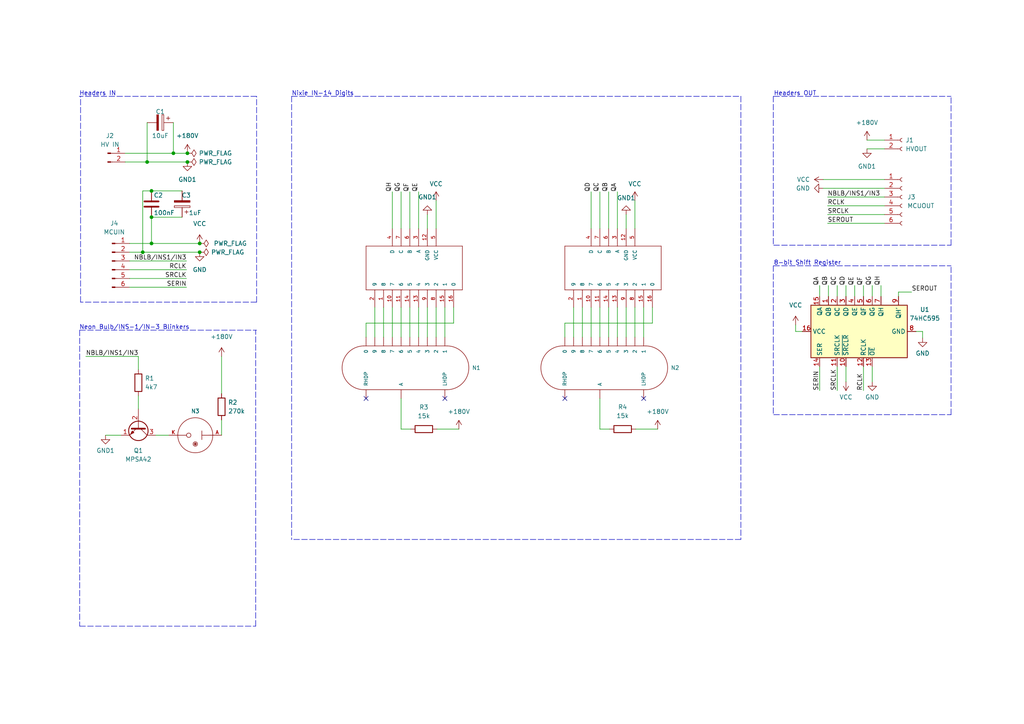
<source format=kicad_sch>
(kicad_sch (version 20211123) (generator eeschema)
  (paper "A4")
  (title_block (title "Nixie Clock 2 Digit IN-14 Panel") (date "2022-12-21") (rev "1.0"))
  (lib_symbols
    (symbol "74xx:74HC595"
      (property "Reference" "U" (at -7.62 13.97 0))
      (property "Value" "74HC595" (at -7.62 -16.51 0))
      (symbol "74HC595_1_0"
        (pin tri_state line (at 10.16 7.62 180) (length 2.54) (name "QB") (number "1"))
        (pin input line (at -10.16 2.54 0) (length 2.54) (name "~{SRCLR}") (number "10"))
        (pin input line (at -10.16 5.08 0) (length 2.54) (name "SRCLK") (number "11"))
        (pin input line (at -10.16 -2.54 0) (length 2.54) (name "RCLK") (number "12"))
        (pin input line (at -10.16 -5.08 0) (length 2.54) (name "~{OE}") (number "13"))
        (pin input line (at -10.16 10.16 0) (length 2.54) (name "SER") (number "14"))
        (pin tri_state line (at 10.16 10.16 180) (length 2.54) (name "QA") (number "15"))
        (pin power_in line (at 0 15.24 270) (length 2.54) (name "VCC") (number "16"))
        (pin tri_state line (at 10.16 5.08 180) (length 2.54) (name "QC") (number "2"))
        (pin tri_state line (at 10.16 2.54 180) (length 2.54) (name "QD") (number "3"))
        (pin tri_state line (at 10.16 0 180) (length 2.54) (name "QE") (number "4"))
        (pin tri_state line (at 10.16 -2.54 180) (length 2.54) (name "QF") (number "5"))
        (pin tri_state line (at 10.16 -5.08 180) (length 2.54) (name "QG") (number "6"))
        (pin tri_state line (at 10.16 -7.62 180) (length 2.54) (name "QH") (number "7"))
        (pin power_in line (at 0 -17.78 90) (length 2.54) (name "GND") (number "8"))
        (pin output line (at 10.16 -12.7 180) (length 2.54) (name "QH'") (number "9"))
      )
      (symbol "74HC595_1_1"
        (rectangle (start -7.62 12.7) (end 7.62 -15.24) (stroke (width 0.254)) (fill (type background)))
      )
    )
    (symbol "Connector:Conn_01x02_Female" (pin_names (offset 1.016) hide)
      (property "Reference" "J" (at 0 2.54 0))
      (property "Value" "Conn_01x02_Female" (at 0 -5.08 0))
      (symbol "Conn_01x02_Female_1_1"
        (arc (start 0 -2.032) (mid -0.508 -2.54) (end 0 -3.048) (stroke (width 0.1524)))
        (polyline (pts (xy -1.27 -2.54) (xy -0.508 -2.54)) (stroke (width 0.1524)))
        (polyline (pts (xy -1.27 0) (xy -0.508 0)) (stroke (width 0.1524)))
        (arc (start 0 0.508) (mid -0.508 0) (end 0 -0.508) (stroke (width 0.1524)))
        (pin passive line (at -5.08 0 0) (length 3.81) (name "Pin_1") (number "1"))
        (pin passive line (at -5.08 -2.54 0) (length 3.81) (name "Pin_2") (number "2"))
      )
    )
    (symbol "Connector:Conn_01x02_Male" (pin_names (offset 1.016) hide)
      (property "Reference" "J" (at 0 2.54 0))
      (property "Value" "Conn_01x02_Male" (at 0 -5.08 0))
      (symbol "Conn_01x02_Male_1_1"
        (polyline (pts (xy 1.27 -2.54) (xy 0.8636 -2.54)) (stroke (width 0.1524)))
        (polyline (pts (xy 1.27 0) (xy 0.8636 0)) (stroke (width 0.1524)))
        (rectangle (start 0.8636 -2.413) (end 0 -2.667) (stroke (width 0.1524)) (fill (type outline)))
        (rectangle (start 0.8636 0.127) (end 0 -0.127) (stroke (width 0.1524)) (fill (type outline)))
        (pin passive line (at 5.08 0 180) (length 3.81) (name "Pin_1") (number "1"))
        (pin passive line (at 5.08 -2.54 180) (length 3.81) (name "Pin_2") (number "2"))
      )
    )
    (symbol "Connector:Conn_01x06_Female" (pin_names (offset 1.016) hide)
      (property "Reference" "J" (at 0 7.62 0))
      (property "Value" "Conn_01x06_Female" (at 0 -10.16 0))
      (symbol "Conn_01x06_Female_1_1"
        (arc (start 0 -7.112) (mid -0.508 -7.62) (end 0 -8.128) (stroke (width 0.1524)))
        (arc (start 0 -4.572) (mid -0.508 -5.08) (end 0 -5.588) (stroke (width 0.1524)))
        (arc (start 0 -2.032) (mid -0.508 -2.54) (end 0 -3.048) (stroke (width 0.1524)))
        (polyline (pts (xy -1.27 -7.62) (xy -0.508 -7.62)) (stroke (width 0.1524)))
        (polyline (pts (xy -1.27 -5.08) (xy -0.508 -5.08)) (stroke (width 0.1524)))
        (polyline (pts (xy -1.27 -2.54) (xy -0.508 -2.54)) (stroke (width 0.1524)))
        (polyline (pts (xy -1.27 0) (xy -0.508 0)) (stroke (width 0.1524)))
        (polyline (pts (xy -1.27 2.54) (xy -0.508 2.54)) (stroke (width 0.1524)))
        (polyline (pts (xy -1.27 5.08) (xy -0.508 5.08)) (stroke (width 0.1524)))
        (arc (start 0 0.508) (mid -0.508 0) (end 0 -0.508) (stroke (width 0.1524)))
        (arc (start 0 3.048) (mid -0.508 2.54) (end 0 2.032) (stroke (width 0.1524)))
        (arc (start 0 5.588) (mid -0.508 5.08) (end 0 4.572) (stroke (width 0.1524)))
        (pin passive line (at -5.08 5.08 0) (length 3.81) (name "Pin_1") (number "1"))
        (pin passive line (at -5.08 2.54 0) (length 3.81) (name "Pin_2") (number "2"))
        (pin passive line (at -5.08 0 0) (length 3.81) (name "Pin_3") (number "3"))
        (pin passive line (at -5.08 -2.54 0) (length 3.81) (name "Pin_4") (number "4"))
        (pin passive line (at -5.08 -5.08 0) (length 3.81) (name "Pin_5") (number "5"))
        (pin passive line (at -5.08 -7.62 0) (length 3.81) (name "Pin_6") (number "6"))
      )
    )
    (symbol "Connector:Conn_01x06_Male" (pin_names (offset 1.016) hide)
      (property "Reference" "J" (at 0 7.62 0))
      (property "Value" "Conn_01x06_Male" (at 0 -10.16 0))
      (symbol "Conn_01x06_Male_1_1"
        (polyline (pts (xy 1.27 -7.62) (xy 0.8636 -7.62)) (stroke (width 0.1524)))
        (polyline (pts (xy 1.27 -5.08) (xy 0.8636 -5.08)) (stroke (width 0.1524)))
        (polyline (pts (xy 1.27 -2.54) (xy 0.8636 -2.54)) (stroke (width 0.1524)))
        (polyline (pts (xy 1.27 0) (xy 0.8636 0)) (stroke (width 0.1524)))
        (polyline (pts (xy 1.27 2.54) (xy 0.8636 2.54)) (stroke (width 0.1524)))
        (polyline (pts (xy 1.27 5.08) (xy 0.8636 5.08)) (stroke (width 0.1524)))
        (rectangle (start 0.8636 -7.493) (end 0 -7.747) (stroke (width 0.1524)) (fill (type outline)))
        (rectangle (start 0.8636 -4.953) (end 0 -5.207) (stroke (width 0.1524)) (fill (type outline)))
        (rectangle (start 0.8636 -2.413) (end 0 -2.667) (stroke (width 0.1524)) (fill (type outline)))
        (rectangle (start 0.8636 0.127) (end 0 -0.127) (stroke (width 0.1524)) (fill (type outline)))
        (rectangle (start 0.8636 2.667) (end 0 2.413) (stroke (width 0.1524)) (fill (type outline)))
        (rectangle (start 0.8636 5.207) (end 0 4.953) (stroke (width 0.1524)) (fill (type outline)))
        (pin passive line (at 5.08 5.08 180) (length 3.81) (name "Pin_1") (number "1"))
        (pin passive line (at 5.08 2.54 180) (length 3.81) (name "Pin_2") (number "2"))
        (pin passive line (at 5.08 0 180) (length 3.81) (name "Pin_3") (number "3"))
        (pin passive line (at 5.08 -2.54 180) (length 3.81) (name "Pin_4") (number "4"))
        (pin passive line (at 5.08 -5.08 180) (length 3.81) (name "Pin_5") (number "5"))
        (pin passive line (at 5.08 -7.62 180) (length 3.81) (name "Pin_6") (number "6"))
      )
    )
    (symbol "Device:C" (pin_numbers hide) (pin_names (offset 0.254))
      (property "Reference" "C" (at 0.635 2.54 0))
      (property "Value" "C" (at 0.635 -2.54 0))
      (symbol "C_0_1"
        (polyline (pts (xy -2.032 -0.762) (xy 2.032 -0.762)) (stroke (width 0.508)))
        (polyline (pts (xy -2.032 0.762) (xy 2.032 0.762)) (stroke (width 0.508)))
      )
      (symbol "C_1_1"
        (pin passive line (at 0 3.81 270) (length 2.794) (name "~") (number "1"))
        (pin passive line (at 0 -3.81 90) (length 2.794) (name "~") (number "2"))
      )
    )
    (symbol "Device:C_Polarized" (pin_numbers hide) (pin_names (offset 0.254))
      (property "Reference" "C" (at 0.635 2.54 0))
      (property "Value" "C_Polarized" (at 0.635 -2.54 0))
      (symbol "C_Polarized_0_1"
        (rectangle (start -2.286 0.508) (end 2.286 1.016))
        (polyline (pts (xy -1.778 2.286) (xy -0.762 2.286)))
        (polyline (pts (xy -1.27 2.794) (xy -1.27 1.778)))
        (rectangle (start 2.286 -0.508) (end -2.286 -1.016) (fill (type outline)))
      )
      (symbol "C_Polarized_1_1"
        (pin passive line (at 0 3.81 270) (length 2.794) (name "~") (number "1"))
        (pin passive line (at 0 -3.81 90) (length 2.794) (name "~") (number "2"))
      )
    )
    (symbol "Device:R" (pin_numbers hide) (pin_names (offset 0))
      (property "Reference" "R" (at 2.032 0 90))
      (property "Value" "R" (at 0 0 90))
      (symbol "R_0_1"
        (rectangle (start -1.016 -2.54) (end 1.016 2.54) (stroke (width 0.254)))
      )
      (symbol "R_1_1"
        (pin passive line (at 0 3.81 270) (length 1.27) (name "~") (number "1"))
        (pin passive line (at 0 -3.81 90) (length 1.27) (name "~") (number "2"))
      )
    )
    (symbol "PowerLibrary:+180V" (power) (pin_names (offset 0))
      (property "Value" "+180V" (at 0 3.556 0))
      (symbol "+180V_0_1"
        (polyline (pts (xy -0.762 1.27) (xy 0 2.54)))
        (polyline (pts (xy 0 0) (xy 0 2.54)))
        (polyline (pts (xy 0 2.54) (xy 0.762 1.27)))
      )
      (symbol "+180V_1_1"
        (pin power_in line (at 0 0 90) (length 0) hide (name "+180V") (number "1"))
      )
    )
    (symbol "Transistor_BJT:MPSA42" (pin_names (offset 1.016) hide)
      (property "Reference" "Q" (at 5.08 1.905 0))
      (property "Value" "MPSA42" (at 5.08 0 0))
      (symbol "MPSA42_0_1"
        (polyline (pts (xy 0 0) (xy 0.635 0)))
        (polyline (pts (xy 0.635 0.635) (xy 2.54 2.54)))
        (polyline (pts (xy 0.635 -0.635) (xy 2.54 -2.54) (xy 2.54 -2.54)))
        (polyline (pts (xy 0.635 1.905) (xy 0.635 -1.905) (xy 0.635 -1.905)) (stroke (width 0.508)))
        (polyline (pts (xy 1.27 -1.778) (xy 1.778 -1.27) (xy 2.286 -2.286) (xy 1.27 -1.778) (xy 1.27 -1.778)) (fill (type outline)))
        (circle (center 1.27 0) (radius 2.8194) (stroke (width 0.254)))
      )
      (symbol "MPSA42_1_1"
        (pin passive line (at 2.54 -5.08 90) (length 2.54) (name "E") (number "1"))
        (pin input line (at -5.08 0 0) (length 5.08) (name "B") (number "2"))
        (pin passive line (at 2.54 5.08 270) (length 2.54) (name "C") (number "3"))
      )
    )
    (symbol "nixiemisc:74141DIP16" (pin_names (offset 1.016))
      (symbol "74141DIP16_1_0"
        (polyline (pts (xy -7.62 -12.7) (xy 5.08 -12.7)))
        (polyline (pts (xy -7.62 15.24) (xy -7.62 -12.7)))
        (polyline (pts (xy 5.08 -12.7) (xy 5.08 15.24)))
        (polyline (pts (xy 5.08 15.24) (xy -7.62 15.24)))
      )
      (symbol "74141DIP16_1_1"
        (pin passive line (at 10.16 -7.62 180) (length 5.08) (name "8") (number "1"))
        (pin passive line (at 10.16 -5.08 180) (length 5.08) (name "7") (number "10"))
        (pin passive line (at 10.16 -2.54 180) (length 5.08) (name "6") (number "11"))
        (pin power_in line (at -12.7 5.08 0) (length 5.08) (name "GND") (number "12"))
        (pin passive line (at 10.16 2.54 180) (length 5.08) (name "4") (number "13"))
        (pin passive line (at 10.16 0 180) (length 5.08) (name "5") (number "14"))
        (pin passive line (at 10.16 10.16 180) (length 5.08) (name "1") (number "15"))
        (pin passive line (at 10.16 12.7 180) (length 5.08) (name "0") (number "16"))
        (pin passive line (at 10.16 -10.16 180) (length 5.08) (name "9") (number "2"))
        (pin passive line (at -12.7 2.54 0) (length 5.08) (name "A") (number "3"))
        (pin passive line (at -12.7 -5.08 0) (length 5.08) (name "D") (number "4"))
        (pin power_in line (at -12.7 7.62 0) (length 5.08) (name "VCC") (number "5"))
        (pin passive line (at -12.7 0 0) (length 5.08) (name "B") (number "6"))
        (pin passive line (at -12.7 -2.54 0) (length 5.08) (name "C") (number "7"))
        (pin passive line (at 10.16 7.62 180) (length 5.08) (name "2") (number "8"))
        (pin passive line (at 10.16 5.08 180) (length 5.08) (name "3") (number "9"))
      )
    )
    (symbol "nixies-us:IN-14" (pin_numbers hide) (pin_names (offset 1.016))
      (property "Reference" "N" (at -2.54 18.415 0))
      (symbol "IN-14_1_0"
        (polyline (pts (xy -5.08 -13.335) (xy -5.08 10.795)))
        (polyline (pts (xy 7.62 -13.335) (xy 7.62 10.795)))
      )
      (symbol "IN-14_1_1"
        (arc (start -5.08 -13.335) (mid 1.27 -19.685) (end 7.62 -13.335))
        (arc (start 7.62 10.795) (mid 1.27 17.145) (end -5.08 10.795))
        (pin bidirectional line (at -7.62 -12.7 0) (length 2.54) (name "0") (number "0"))
        (pin bidirectional line (at -7.62 10.16 0) (length 2.54) (name "1") (number "1"))
        (pin bidirectional line (at -7.62 7.62 0) (length 2.54) (name "2") (number "2"))
        (pin bidirectional line (at -7.62 5.08 0) (length 2.54) (name "3") (number "3"))
        (pin bidirectional line (at -7.62 2.54 0) (length 2.54) (name "4") (number "4"))
        (pin bidirectional line (at -7.62 0 0) (length 2.54) (name "5") (number "5"))
        (pin bidirectional line (at -7.62 -2.54 0) (length 2.54) (name "6") (number "6"))
        (pin bidirectional line (at -7.62 -5.08 0) (length 2.54) (name "7") (number "7"))
        (pin bidirectional line (at -7.62 -7.62 0) (length 2.54) (name "8") (number "8"))
        (pin bidirectional line (at -7.62 -10.16 0) (length 2.54) (name "9") (number "9"))
        (pin bidirectional line (at 10.16 -2.54 180) (length 2.54) (name "A") (number "A"))
        (pin bidirectional line (at 10.16 10.16 180) (length 2.54) (name "LHDP") (number "LHDP"))
        (pin bidirectional line (at 10.16 -12.7 180) (length 2.54) (name "RHDP") (number "RHDP"))
      )
    )
    (symbol "nixies-us:IN-3" (pin_names (offset 1.016) hide)
      (property "Reference" "N" (at 1.27 3.175 0))
      (symbol "IN-3_1_0"
        (polyline (pts (xy 0 -2.54) (xy 0.635 -2.54)))
        (polyline (pts (xy 0.635 -2.54) (xy 0 -2.54)))
        (polyline (pts (xy 0.635 -2.54) (xy 3.175 -2.54)))
        (polyline (pts (xy 1.27 -2.54) (xy 0.635 -2.54)))
        (polyline (pts (xy 3.175 -2.54) (xy 3.175 -3.81)))
        (polyline (pts (xy 3.175 -2.54) (xy 3.175 -1.27)))
        (polyline (pts (xy 4.7498 0) (xy 5.08 0)))
        (polyline (pts (xy 5.08 0) (xy 5.08 -0.3048)))
        (polyline (pts (xy 5.08 0) (xy 5.08 0.3048)))
        (polyline (pts (xy 5.08 0) (xy 5.3848 0)))
        (polyline (pts (xy 10.16 -2.54) (xy 7.62 -2.54)))
      )
      (symbol "IN-3_1_1"
        (circle (center 5.08 -2.54) (radius 5.08))
        (circle (center 5.08 0) (radius 0.3048))
        (circle (center 5.08 0) (radius 0.635))
        (circle (center 6.985 -2.54) (radius 0.635))
        (pin bidirectional line (at -2.54 -2.54 0) (length 2.54) (name "A") (number "A"))
        (pin bidirectional line (at 12.7 -2.54 180) (length 2.54) (name "K") (number "K"))
      )
    )
    (symbol "power:GND" (power) (pin_names (offset 0))
      (property "Value" "GND" (at 0 -3.81 0))
      (symbol "GND_0_1"
        (polyline (pts (xy 0 0) (xy 0 -1.27) (xy 1.27 -1.27) (xy 0 -2.54) (xy -1.27 -1.27) (xy 0 -1.27)))
      )
      (symbol "GND_1_1"
        (pin power_in line (at 0 0 270) (length 0) hide (name "GND") (number "1"))
      )
    )
    (symbol "power:GND1" (power) (pin_names (offset 0))
      (property "Value" "GND1" (at 0 -3.81 0))
      (symbol "GND1_0_1"
        (polyline (pts (xy 0 0) (xy 0 -1.27) (xy 1.27 -1.27) (xy 0 -2.54) (xy -1.27 -1.27) (xy 0 -1.27)))
      )
      (symbol "GND1_1_1"
        (pin power_in line (at 0 0 270) (length 0) hide (name "GND1") (number "1"))
      )
    )
    (symbol "power:PWR_FLAG" (power) (pin_numbers hide) (pin_names (offset 0) hide)
      (property "Value" "PWR_FLAG" (at 0 3.81 0))
      (symbol "PWR_FLAG_0_0"
        (pin power_out line (at 0 0 90) (length 0) (name "pwr") (number "1"))
      )
      (symbol "PWR_FLAG_0_1"
        (polyline (pts (xy 0 0) (xy 0 1.27) (xy -1.016 1.905) (xy 0 2.54) (xy 1.016 1.905) (xy 0 1.27)))
      )
    )
    (symbol "power:VCC" (power) (pin_names (offset 0))
      (property "Value" "VCC" (at 0 3.81 0))
      (symbol "VCC_0_1"
        (polyline (pts (xy -0.762 1.27) (xy 0 2.54)))
        (polyline (pts (xy 0 0) (xy 0 2.54)))
        (polyline (pts (xy 0 2.54) (xy 0.762 1.27)))
      )
      (symbol "VCC_1_1"
        (pin power_in line (at 0 0 90) (length 0) hide (name "VCC") (number "1"))
      )
    )
  )
  (junction (at 43.942 70.612))
  (junction (at 57.912 70.612))
  (junction (at 54.356 46.99))
  (junction (at 41.402 73.152))
  (junction (at 50.292 44.45))
  (junction (at 43.942 62.992))
  (junction (at 54.356 44.45))
  (junction (at 43.942 55.372))
  (junction (at 57.912 73.152))
  (junction (at 42.672 46.99))
  (no_connect (at 129.032 115.57))
  (no_connect (at 106.172 115.57))
  (no_connect (at 186.69 115.57))
  (no_connect (at 163.83 115.57))
  (wire (pts (xy 54.102 75.692) (xy 37.592 75.692)))
  (polyline (pts (xy 214.884 156.464) (xy 84.582 156.464)))
  (wire (pts (xy 37.592 83.312) (xy 54.102 83.312)))
  (wire (pts (xy 111.252 89.154) (xy 111.252 97.79)))
  (wire (pts (xy 181.61 62.23) (xy 181.61 66.294)))
  (wire (pts (xy 113.792 89.154) (xy 113.792 97.79)))
  (wire (pts (xy 43.942 62.992) (xy 43.942 70.612)))
  (wire (pts (xy 163.83 93.726) (xy 189.23 93.726)))
  (wire (pts (xy 41.402 73.152) (xy 57.912 73.152)))
  (wire (pts (xy 116.332 89.154) (xy 116.332 97.79)))
  (wire (pts (xy 126.746 124.46) (xy 133.096 124.46)))
  (wire (pts (xy 123.952 62.23) (xy 123.952 66.294)))
  (wire (pts (xy 256.54 64.77) (xy 240.03 64.77)))
  (wire (pts (xy 173.99 89.154) (xy 173.99 97.79)))
  (wire (pts (xy 242.824 106.299) (xy 242.824 113.284)))
  (wire (pts (xy 184.404 124.46) (xy 190.754 124.46)))
  (wire (pts (xy 50.292 35.56) (xy 50.292 44.45)))
  (polyline (pts (xy 23.114 181.61) (xy 74.168 181.61)))
  (polyline (pts (xy 74.422 87.63) (xy 23.368 87.63)))
  (wire (pts (xy 40.132 114.808) (xy 40.132 118.618)))
  (wire (pts (xy 186.69 89.154) (xy 186.69 97.79)))
  (wire (pts (xy 171.45 66.294) (xy 171.45 55.626)))
  (polyline (pts (xy 224.409 71.12) (xy 275.844 71.12)))
  (wire (pts (xy 50.292 44.45) (xy 54.356 44.45)))
  (wire (pts (xy 45.212 126.238) (xy 49.022 126.238)))
  (wire (pts (xy 247.904 82.804) (xy 247.904 85.979)))
  (polyline (pts (xy 23.114 95.758) (xy 74.422 95.758)))
  (wire (pts (xy 179.07 66.294) (xy 179.07 55.626)))
  (wire (pts (xy 237.744 82.804) (xy 237.744 85.979)))
  (polyline (pts (xy 224.282 77.089) (xy 224.282 120.269)))
  (wire (pts (xy 43.942 62.992) (xy 52.832 62.992)))
  (polyline (pts (xy 84.582 27.94) (xy 214.884 27.94)))
  (wire (pts (xy 260.604 84.709) (xy 264.414 84.709)))
  (wire (pts (xy 37.592 78.232) (xy 54.102 78.232)))
  (wire (pts (xy 168.91 89.154) (xy 168.91 97.79)))
  (wire (pts (xy 245.364 106.299) (xy 245.364 110.744)))
  (wire (pts (xy 37.592 73.152) (xy 41.402 73.152)))
  (wire (pts (xy 237.744 106.299) (xy 237.744 113.284)))
  (wire (pts (xy 123.952 89.154) (xy 123.952 97.79)))
  (polyline (pts (xy 214.884 27.94) (xy 214.884 156.464)))
  (wire (pts (xy 242.824 82.804) (xy 242.824 85.979)))
  (wire (pts (xy 250.444 106.299) (xy 250.444 113.284)))
  (wire (pts (xy 184.15 89.154) (xy 184.15 97.79)))
  (polyline (pts (xy 74.168 181.61) (xy 74.168 95.758)))
  (wire (pts (xy 240.03 62.23) (xy 256.54 62.23)))
  (wire (pts (xy 176.53 66.294) (xy 176.53 55.626)))
  (wire (pts (xy 230.759 94.234) (xy 230.759 96.139)))
  (wire (pts (xy 43.942 55.372) (xy 41.402 55.372)))
  (polyline (pts (xy 224.409 120.269) (xy 275.844 120.269)))
  (polyline (pts (xy 224.409 77.089) (xy 275.844 77.089)))
  (wire (pts (xy 240.03 59.69) (xy 256.54 59.69)))
  (wire (pts (xy 252.984 82.804) (xy 252.984 85.979)))
  (wire (pts (xy 118.872 66.294) (xy 118.872 55.626)))
  (wire (pts (xy 131.572 93.726) (xy 131.572 89.154)))
  (wire (pts (xy 250.444 82.804) (xy 250.444 85.979)))
  (polyline (pts (xy 224.409 27.94) (xy 275.844 27.94)))
  (wire (pts (xy 255.524 82.804) (xy 255.524 85.979)))
  (wire (pts (xy 238.76 52.07) (xy 256.54 52.07)))
  (wire (pts (xy 176.53 89.154) (xy 176.53 97.79)))
  (wire (pts (xy 64.262 121.793) (xy 64.262 126.238)))
  (polyline (pts (xy 84.582 27.94) (xy 84.582 156.464)))
  (wire (pts (xy 252.984 106.299) (xy 252.984 110.744)))
  (wire (pts (xy 116.332 66.294) (xy 116.332 55.626)))
  (wire (pts (xy 256.54 57.15) (xy 240.03 57.15)))
  (wire (pts (xy 163.83 97.79) (xy 163.83 93.726)))
  (wire (pts (xy 240.284 82.804) (xy 240.284 85.979)))
  (polyline (pts (xy 275.844 120.269) (xy 275.844 77.089)))
  (wire (pts (xy 36.322 46.99) (xy 42.672 46.99)))
  (wire (pts (xy 245.364 82.804) (xy 245.364 85.979)))
  (wire (pts (xy 260.604 85.979) (xy 260.604 84.709)))
  (polyline (pts (xy 23.368 87.63) (xy 23.368 27.94)))
  (wire (pts (xy 189.23 93.726) (xy 189.23 89.154)))
  (polyline (pts (xy 74.422 27.94) (xy 22.987 27.94)))
  (wire (pts (xy 106.172 93.726) (xy 131.572 93.726)))
  (wire (pts (xy 179.07 89.154) (xy 179.07 97.79)))
  (wire (pts (xy 42.672 46.99) (xy 54.356 46.99)))
  (wire (pts (xy 126.492 58.166) (xy 126.492 66.294)))
  (wire (pts (xy 106.172 97.79) (xy 106.172 93.726)))
  (wire (pts (xy 43.942 70.612) (xy 57.912 70.612)))
  (wire (pts (xy 24.892 103.378) (xy 40.132 103.378)))
  (wire (pts (xy 41.402 55.372) (xy 41.402 73.152)))
  (wire (pts (xy 121.412 66.294) (xy 121.412 55.626)))
  (wire (pts (xy 173.99 66.294) (xy 173.99 55.626)))
  (wire (pts (xy 256.54 43.18) (xy 251.46 43.18)))
  (wire (pts (xy 116.332 124.46) (xy 119.126 124.46)))
  (wire (pts (xy 113.792 66.294) (xy 113.792 55.626)))
  (wire (pts (xy 256.54 40.64) (xy 251.46 40.64)))
  (wire (pts (xy 184.15 58.166) (xy 184.15 66.294)))
  (wire (pts (xy 108.712 89.154) (xy 108.712 97.79)))
  (wire (pts (xy 37.592 70.612) (xy 43.942 70.612)))
  (wire (pts (xy 166.37 89.154) (xy 166.37 97.79)))
  (wire (pts (xy 129.032 89.154) (xy 129.032 97.79)))
  (wire (pts (xy 64.262 114.173) (xy 64.262 103.378)))
  (wire (pts (xy 126.492 89.154) (xy 126.492 97.79)))
  (wire (pts (xy 36.322 44.45) (xy 50.292 44.45)))
  (polyline (pts (xy 275.844 71.12) (xy 275.844 27.94)))
  (wire (pts (xy 118.872 89.154) (xy 118.872 97.79)))
  (wire (pts (xy 116.332 115.57) (xy 116.332 124.46)))
  (wire (pts (xy 121.412 89.154) (xy 121.412 97.79)))
  (polyline (pts (xy 74.422 87.63) (xy 74.422 27.94)))
  (wire (pts (xy 181.61 89.154) (xy 181.61 97.79)))
  (wire (pts (xy 267.589 96.139) (xy 267.589 98.044)))
  (wire (pts (xy 232.664 96.139) (xy 230.759 96.139)))
  (polyline (pts (xy 23.114 95.758) (xy 23.114 181.61)))
  (wire (pts (xy 42.672 35.56) (xy 42.672 46.99)))
  (wire (pts (xy 265.684 96.139) (xy 267.589 96.139)))
  (wire (pts (xy 238.76 54.61) (xy 256.54 54.61)))
  (wire (pts (xy 30.607 126.238) (xy 35.052 126.238)))
  (wire (pts (xy 173.99 124.46) (xy 176.784 124.46)))
  (wire (pts (xy 171.45 89.154) (xy 171.45 97.79)))
  (wire (pts (xy 173.99 115.57) (xy 173.99 124.46)))
  (wire (pts (xy 40.132 107.188) (xy 40.132 103.378)))
  (wire (pts (xy 43.942 55.372) (xy 52.832 55.372)))
  (polyline (pts (xy 224.282 27.94) (xy 224.282 71.12)))
  (wire (pts (xy 37.592 80.772) (xy 54.102 80.772)))
  (text "Headers OUT" (at 224.409 27.94 0) (effects (font (size 1.27 1.27)) (justify left bottom)))
  (text "Headers IN" (at 22.987 27.94 0) (effects (font (size 1.27 1.27)) (justify left bottom)))
  (text "Nixie IN-14 Digits" (at 84.582 27.94 0) (effects (font (size 1.27 1.27)) (justify left bottom)))
  (text "Neon Bulb/INS-1/IN-3 Blinkers" (at 22.987 95.758 0) (effects (font (size 1.27 1.27)) (justify left bottom)))
  (text "8-bit Shift Register" (at 224.409 77.089 0) (effects (font (size 1.27 1.27)) (justify left bottom)))
  (label "SRCLK" (at 240.03 62.23 0))
  (label "QH" (at 113.792 55.626 90))
  (label "RCLK" (at 250.444 113.284 90))
  (label "QG" (at 252.984 82.804 90))
  (label "SERIN" (at 54.102 83.312 180))
  (label "QB" (at 240.284 82.804 90))
  (label "QF" (at 250.444 82.804 90))
  (label "SRCLK" (at 54.102 80.772 180))
  (label "NBLB{slash}INS1{slash}IN3" (at 240.03 57.15 0))
  (label "SEROUT" (at 264.414 84.709 0))
  (label "QD" (at 171.45 55.626 90))
  (label "RCLK" (at 240.03 59.69 0))
  (label "QC" (at 173.99 55.626 90))
  (label "QG" (at 116.332 55.626 90))
  (label "SERIN" (at 237.744 113.284 90))
  (label "QE" (at 121.412 55.626 90))
  (label "QH" (at 255.524 82.804 90))
  (label "QD" (at 245.364 82.804 90))
  (label "QF" (at 118.872 55.626 90))
  (label "QA" (at 179.07 55.626 90))
  (label "NBLB{slash}INS1{slash}IN3" (at 24.892 103.378 0))
  (label "SRCLK" (at 242.824 113.284 90))
  (label "QB" (at 176.53 55.626 90))
  (label "NBLB{slash}INS1{slash}IN3" (at 54.102 75.692 180))
  (label "QC" (at 242.824 82.804 90))
  (label "RCLK" (at 54.102 78.232 180))
  (label "QA" (at 237.744 82.804 90))
  (label "SEROUT" (at 240.03 64.77 0))
  (label "QE" (at 247.904 82.804 90))
  (symbol (lib_id "Transistor_BJT:MPSA42") (at 40.132 123.698 270) (unit 1)
    (property "Reference" "Q1" (at 40.132 130.683 90))
    (property "Value" "MPSA42" (at 40.132 133.223 90))
    (property "Footprint" "Package_TO_SOT_THT:TO-92_Inline" (effects hide))
    (property "Datasheet" "http://www.onsemi.com/pub_link/Collateral/MPSA42-D.PDF" (effects hide))
  )
  (symbol (lib_id "PowerLibrary:+180V") (at 190.754 124.46 0) (unit 1)
    (property "Reference" "#PWR019" (effects hide))
    (property "Value" "+180V" (at 190.754 119.38 0))
  )
  (symbol (lib_id "nixiemisc:74141DIP16") (at 176.53 78.994 270) (unit 1)
    (property "Reference" "M2" (effects hide))
    (property "Value" "74141DIP16" (effects hide))
    (property "Footprint" "Package_DIP:DIP-16_W7.62mm" (effects hide))
  )
  (symbol (lib_id "Device:R") (at 122.936 124.46 90) (unit 1)
    (property "Reference" "R3" (at 122.936 118.11 90))
    (property "Value" "15k" (at 122.936 120.65 90))
    (property "Footprint" "Resistor_THT:R_Axial_DIN0207_L6.3mm_D2.5mm_P7.62mm_Horizontal" (effects hide))
  )
  (symbol (lib_id "PowerLibrary:+180V") (at 251.46 40.64 0) (unit 1)
    (property "Reference" "#PWR01" (effects hide))
    (property "Value" "+180V" (at 251.46 35.56 0))
  )
  (symbol (lib_id "power:GND1") (at 54.356 46.99 0) (unit 1)
    (property "Reference" "#PWR04" (effects hide))
    (property "Value" "GND1" (at 54.356 52.07 0))
  )
  (symbol (lib_id "power:GND1") (at 181.61 62.23 180) (unit 1)
    (property "Reference" "#PWR010" (effects hide))
    (property "Value" "GND1" (at 181.61 57.404 0))
  )
  (symbol (lib_id "74xx:74HC595") (at 247.904 96.139 90) (unit 1)
    (property "Reference" "U1" (at 268.224 89.789 90))
    (property "Value" "74HC595" (at 268.224 92.329 90))
    (property "Footprint" "Package_DIP:DIP-16_W7.62mm" (effects hide))
    (property "Datasheet" "http://www.ti.com/lit/ds/symlink/sn74hc595.pdf" (effects hide))
  )
  (symbol (lib_id "Connector:Conn_01x02_Female") (at 261.62 40.64 0) (unit 1)
    (property "Reference" "J1" (at 262.636 40.6399 0) (effects (justify left)))
    (property "Value" "HVOUT" (at 262.636 43.1799 0) (effects (justify left)))
    (property "Footprint" "Connector_PinHeader_2.54mm:PinHeader_1x02_P2.54mm_Vertical" (effects hide))
  )
  (symbol (lib_id "Connector:Conn_01x06_Male") (at 32.512 75.692 0) (unit 1)
    (property "Reference" "J4" (at 33.147 64.77 0))
    (property "Value" "MCUIN" (at 33.147 67.31 0))
    (property "Footprint" "Connector_PinHeader_2.54mm:PinHeader_1x06_P2.54mm_Vertical" (effects hide))
  )
  (symbol (lib_id "power:VCC") (at 126.492 58.166 0) (unit 1)
    (property "Reference" "#PWR07" (effects hide))
    (property "Value" "VCC" (at 126.492 53.34 0))
  )
  (symbol (lib_id "Connector:Conn_01x02_Male") (at 31.242 44.45 0) (unit 1)
    (property "Reference" "J2" (at 31.877 39.37 0))
    (property "Value" "HV IN" (at 31.877 41.91 0))
    (property "Footprint" "Connector_PinHeader_2.54mm:PinHeader_1x02_P2.54mm_Vertical" (effects hide))
  )
  (symbol (lib_id "Device:C_Polarized") (at 52.832 59.182 180) (unit 1)
    (property "Reference" "C3" (at 55.372 56.642 0) (effects (justify left)))
    (property "Value" "1uF" (at 58.42 61.722 0) (effects (justify left)))
    (property "Footprint" "Capacitor_THT:CP_Radial_D5.0mm_P2.00mm" (effects hide))
  )
  (symbol (lib_id "power:VCC") (at 238.76 52.07 90) (unit 1)
    (property "Reference" "#PWR06" (effects hide))
    (property "Value" "VCC" (at 234.95 52.0699 90) (effects (justify left)))
  )
  (symbol (lib_id "Connector:Conn_01x06_Female") (at 261.62 57.15 0) (unit 1)
    (property "Reference" "J3" (at 263.144 57.1499 0) (effects (justify left)))
    (property "Value" "MCUOUT" (at 263.144 59.6899 0) (effects (justify left)))
    (property "Footprint" "Connector_PinHeader_2.54mm:PinHeader_1x06_P2.54mm_Vertical" (effects hide))
  )
  (symbol (lib_id "power:GND1") (at 251.46 43.18 0) (unit 1)
    (property "Reference" "#PWR02" (effects hide))
    (property "Value" "GND1" (at 251.46 48.26 0))
  )
  (symbol (lib_id "power:GND") (at 252.984 110.744 0) (unit 1)
    (property "Reference" "#PWR017" (effects hide))
    (property "Value" "GND" (at 252.984 115.189 0))
  )
  (symbol (lib_id "power:PWR_FLAG") (at 57.912 70.612 270) (unit 1)
    (property "Reference" "#FLG03" (effects hide))
    (property "Value" "PWR_FLAG" (at 61.976 70.6119 90) (effects (justify left)))
  )
  (symbol (lib_id "power:PWR_FLAG") (at 57.912 73.152 270) (unit 1)
    (property "Reference" "#FLG04" (effects hide))
    (property "Value" "PWR_FLAG" (at 61.214 73.1521 90) (effects (justify left)))
  )
  (symbol (lib_id "nixies-us:IN-14") (at 176.53 105.41 270) (unit 1)
    (property "Reference" "N2" (at 194.564 106.68 90) (effects (font (size 1.143 1.143)) (justify left)))
    (property "Value" "IN-14" (effects hide))
    (property "Footprint" "nixies-us:nixies-us-IN-14" (effects hide))
  )
  (symbol (lib_id "PowerLibrary:+180V") (at 64.262 103.378 0) (unit 1)
    (property "Reference" "#PWR015" (effects hide))
    (property "Value" "+180V" (at 64.262 97.663 0))
  )
  (symbol (lib_id "power:GND") (at 267.589 98.044 0) (unit 1)
    (property "Reference" "#PWR014" (effects hide))
    (property "Value" "GND" (at 267.589 102.489 0))
  )
  (symbol (lib_id "nixiemisc:74141DIP16") (at 118.872 78.994 270) (unit 1)
    (property "Reference" "M1" (effects hide))
    (property "Value" "74141DIP16" (effects hide))
    (property "Footprint" "Package_DIP:DIP-16_W7.62mm" (effects hide))
  )
  (symbol (lib_id "nixies-us:IN-3") (at 61.722 128.778 180) (unit 1)
    (property "Reference" "N3" (at 56.642 119.253 0) (effects (font (size 1.143 1.143))))
    (property "Value" "IN-3" (effects hide))
    (property "Footprint" "nixies-us:nixies-us-IN-3" (effects hide))
  )
  (symbol (lib_id "PowerLibrary:+180V") (at 133.096 124.46 0) (unit 1)
    (property "Reference" "#PWR018" (effects hide))
    (property "Value" "+180V" (at 133.096 119.38 0))
  )
  (symbol (lib_id "power:PWR_FLAG") (at 54.356 46.99 270) (unit 1)
    (property "Reference" "#FLG02" (effects hide))
    (property "Value" "PWR_FLAG" (at 57.658 46.9901 90) (effects (justify left)))
  )
  (symbol (lib_id "Device:R") (at 40.132 110.998 0) (unit 1)
    (property "Reference" "R1" (at 42.037 109.7279 0) (effects (justify left)))
    (property "Value" "4k7" (at 42.037 112.2679 0) (effects (justify left)))
    (property "Footprint" "Resistor_THT:R_Axial_DIN0207_L6.3mm_D2.5mm_P7.62mm_Horizontal" (effects hide))
  )
  (symbol (lib_id "power:GND1") (at 123.952 62.23 180) (unit 1)
    (property "Reference" "#PWR09" (effects hide))
    (property "Value" "GND1" (at 123.952 57.15 0))
  )
  (symbol (lib_id "nixies-us:IN-14") (at 118.872 105.41 270) (unit 1)
    (property "Reference" "N1" (at 136.906 106.68 90) (effects (font (size 1.143 1.143)) (justify left)))
    (property "Value" "IN-14" (effects hide))
    (property "Footprint" "nixies-us:nixies-us-IN-14" (effects hide))
  )
  (symbol (lib_id "power:VCC") (at 230.759 94.234 0) (unit 1)
    (property "Reference" "#PWR013" (effects hide))
    (property "Value" "VCC" (at 230.759 88.519 0))
  )
  (symbol (lib_id "power:PWR_FLAG") (at 54.356 44.45 270) (unit 1)
    (property "Reference" "#FLG01" (effects hide))
    (property "Value" "PWR_FLAG" (at 57.658 44.4501 90) (effects (justify left)))
  )
  (symbol (lib_id "Device:C") (at 43.942 59.182 0) (unit 1)
    (property "Reference" "C2" (at 44.577 56.642 0) (effects (justify left)))
    (property "Value" "100nF" (at 44.577 61.722 0) (effects (justify left)))
    (property "Footprint" "Capacitor_THT:C_Disc_D3.0mm_W2.0mm_P2.50mm" (effects hide))
  )
  (symbol (lib_id "PowerLibrary:+180V") (at 54.356 44.45 0) (unit 1)
    (property "Reference" "#PWR03" (effects hide))
    (property "Value" "+180V" (at 54.356 39.37 0))
  )
  (symbol (lib_id "power:GND") (at 57.912 73.152 0) (unit 1)
    (property "Reference" "#PWR012" (effects hide))
    (property "Value" "GND" (at 57.912 78.232 0))
  )
  (symbol (lib_id "power:VCC") (at 57.912 70.612 0) (unit 1)
    (property "Reference" "#PWR011" (effects hide))
    (property "Value" "VCC" (at 57.912 64.897 0))
  )
  (symbol (lib_id "Device:R") (at 64.262 117.983 0) (unit 1)
    (property "Reference" "R2" (at 66.167 116.7129 0) (effects (justify left)))
    (property "Value" "270k" (at 66.167 119.2529 0) (effects (justify left)))
    (property "Footprint" "Resistor_THT:R_Axial_DIN0207_L6.3mm_D2.5mm_P7.62mm_Horizontal" (effects hide))
  )
  (symbol (lib_id "power:VCC") (at 184.15 58.166 0) (unit 1)
    (property "Reference" "#PWR08" (effects hide))
    (property "Value" "VCC" (at 184.15 53.34 0))
  )
  (symbol (lib_id "power:GND") (at 238.76 54.61 270) (unit 1)
    (property "Reference" "#PWR05" (effects hide))
    (property "Value" "GND" (at 234.95 54.6099 90) (effects (justify right)))
  )
  (symbol (lib_id "power:VCC") (at 245.364 110.744 180) (unit 1)
    (property "Reference" "#PWR016" (effects hide))
    (property "Value" "VCC" (at 245.364 115.189 0))
  )
  (symbol (lib_id "power:GND1") (at 30.607 126.238 0) (unit 1)
    (property "Reference" "#PWR020" (effects hide))
    (property "Value" "GND1" (at 30.607 130.683 0))
  )
  (symbol (lib_id "Device:R") (at 180.594 124.46 90) (unit 1)
    (property "Reference" "R4" (at 180.594 118.0564 90))
    (property "Value" "15k" (at 180.594 120.5964 90))
    (property "Footprint" "Resistor_THT:R_Axial_DIN0207_L6.3mm_D2.5mm_P7.62mm_Horizontal" (effects hide))
  )
  (symbol (lib_id "Device:C_Polarized") (at 46.482 35.56 270) (unit 1)
    (property "Reference" "C1" (at 46.482 32.385 90))
    (property "Value" "10uF" (at 46.482 39.37 90))
    (property "Footprint" "Capacitor_THT:CP_Radial_D10.0mm_P5.00mm" (effects hide))
  )
)
</source>
